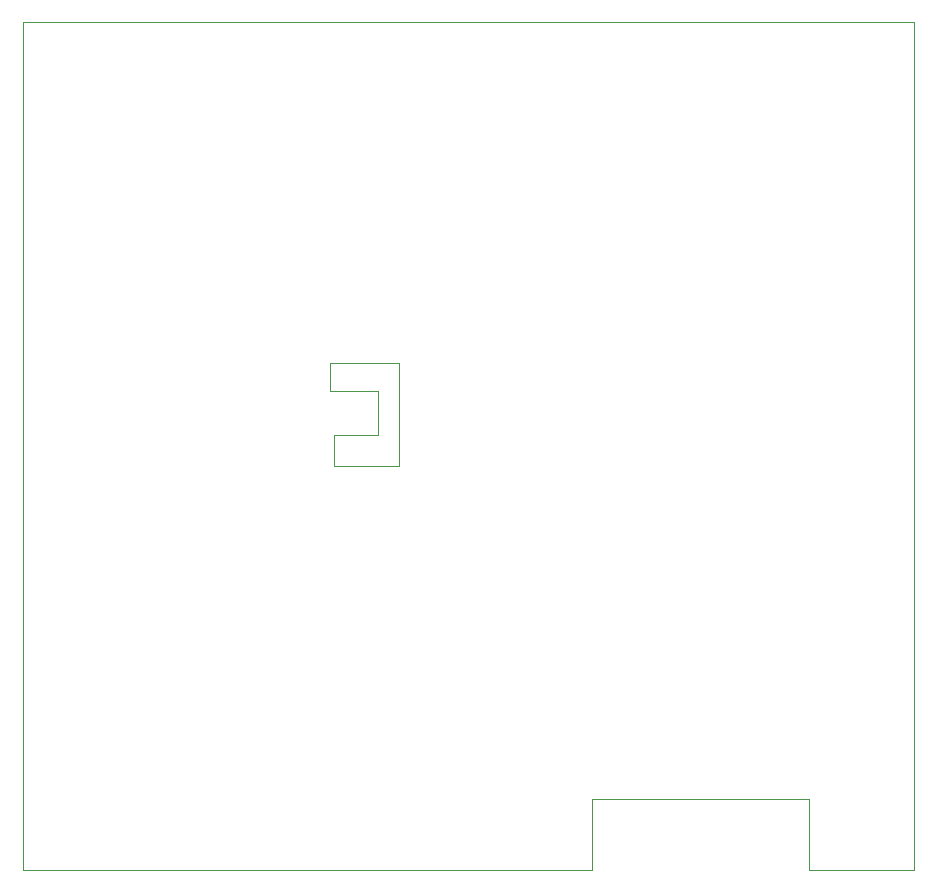
<source format=gbr>
%TF.GenerationSoftware,KiCad,Pcbnew,9.0.6*%
%TF.CreationDate,2025-12-27T10:25:56+05:30*%
%TF.ProjectId,30A_Home_Automation_with_ESP32,3330415f-486f-46d6-955f-4175746f6d61,rev?*%
%TF.SameCoordinates,Original*%
%TF.FileFunction,Profile,NP*%
%FSLAX46Y46*%
G04 Gerber Fmt 4.6, Leading zero omitted, Abs format (unit mm)*
G04 Created by KiCad (PCBNEW 9.0.6) date 2025-12-27 10:25:56*
%MOMM*%
%LPD*%
G01*
G04 APERTURE LIST*
%TA.AperFunction,Profile*%
%ADD10C,0.050000*%
%TD*%
G04 APERTURE END LIST*
D10*
X136450000Y-87925000D02*
X136450000Y-85250000D01*
X136175000Y-79175000D02*
X142025000Y-79175000D01*
X110125000Y-50275000D02*
X185625000Y-50275000D01*
X140225000Y-85250000D02*
X140225000Y-81575000D01*
X142025000Y-87925000D02*
X136450000Y-87925000D01*
X142025000Y-79175000D02*
X142025000Y-87925000D01*
X158375000Y-122145000D02*
X110125000Y-122145000D01*
X110125000Y-122145000D02*
X110125000Y-50275000D01*
X185625000Y-50275000D02*
X185625000Y-122145000D01*
X158375000Y-116125000D02*
X158375000Y-122145000D01*
X136450000Y-85250000D02*
X140225000Y-85250000D01*
X140225000Y-81575000D02*
X136175000Y-81575000D01*
X185625000Y-122145000D02*
X176675000Y-122145000D01*
X176675000Y-122145000D02*
X176675000Y-116125000D01*
X136175000Y-81575000D02*
X136175000Y-79175000D01*
X176675000Y-116125000D02*
X158375000Y-116125000D01*
M02*

</source>
